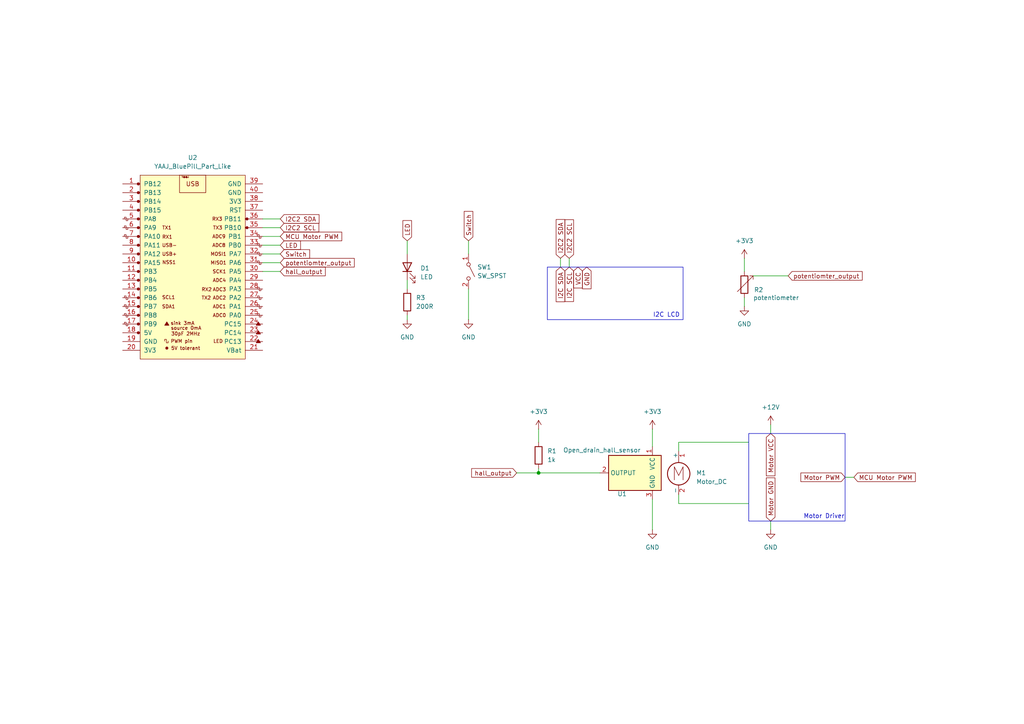
<source format=kicad_sch>
(kicad_sch (version 20250114) (generator "eeschema") (generator_version "9.0")
  (paper "A4")
  (lib_symbols
    (symbol "BluePill Library:YAAJ_BluePill_Part_Like" (pin_names (offset 1.016))
      (property "Reference" "U" (at -12.7 25.4 0))
      (property "Value" "YAAJ_BluePill_Part_Like" (at 0 2.54 90))
      (symbol "YAAJ_BluePill_Part_Like_0_0"
        (circle (center -15.748 22.86) (radius 0.3556) (fill (type outline)))
        (circle (center -15.748 17.78) (radius 0.3556) (fill (type outline)))
        (circle (center -15.748 15.24) (radius 0.3556) (fill (type outline)))
        (circle (center -15.748 12.7) (radius 0.3556) (fill (type outline)))
        (circle (center -15.748 10.16) (radius 0.3556) (fill (type outline)))
        (circle (center -15.748 7.62) (radius 0.3556) (fill (type outline)))
        (circle (center -15.748 5.08) (radius 0.3556) (fill (type outline)))
        (circle (center -15.748 2.54) (radius 0.3556) (fill (type outline)))
        (circle (center -15.748 0) (radius 0.3556) (fill (type outline)))
        (circle (center -15.748 -2.54) (radius 0.3556) (fill (type outline)))
        (circle (center -15.748 -5.08) (radius 0.3556) (fill (type outline)))
        (circle (center -15.748 -7.62) (radius 0.3556) (fill (type outline)))
        (circle (center -15.748 -10.16) (radius 0.3556) (fill (type outline)))
        (circle (center -15.748 -12.7) (radius 0.3556) (fill (type outline)))
        (circle (center -15.748 -15.24) (radius 0.3556) (fill (type outline)))
        (circle (center -15.748 -17.78) (radius 0.3556) (fill (type outline)))
        (circle (center -15.748 -20.32) (radius 0.3556) (fill (type outline)))
        (polyline (pts (xy -8.128 -18.161) (xy -7.493 -17.145) (xy -6.858 -18.161) (xy -8.128 -18.161) (xy -7.493 -17.272) (xy -6.985 -18.161) (xy -8.001 -18.034) (xy -7.493 -17.399) (xy -7.112 -18.161) (xy -7.874 -17.907) (xy -7.366 -17.526) (xy -7.239 -18.161) (xy -7.747 -17.78) (xy -7.239 -17.653) (xy -7.366 -18.034) (xy -7.62 -17.78) (xy -7.366 -17.907) (xy -7.493 -17.653)))
        (circle (center -7.493 -24.765) (radius 0.127) (fill (type outline)))
        (circle (center -7.493 -24.765) (radius 0.254))
        (circle (center -7.493 -24.765) (radius 0.3556))
        (circle (center 15.748 12.7) (radius 0.254) (fill (type outline)))
        (circle (center 15.748 12.7) (radius 0.3556))
        (circle (center 15.748 10.16) (radius 0.254) (fill (type outline)))
        (circle (center 15.748 10.16) (radius 0.3556))
        (polyline (pts (xy 18.415 -18.161) (xy 19.05 -17.145) (xy 19.685 -18.161) (xy 18.415 -18.161) (xy 19.05 -17.272) (xy 19.558 -18.161) (xy 18.542 -18.034) (xy 19.05 -17.399) (xy 19.431 -18.161) (xy 18.669 -17.907) (xy 19.177 -17.526) (xy 19.304 -18.161) (xy 18.796 -17.78) (xy 19.304 -17.653) (xy 19.177 -18.034) (xy 18.923 -17.78) (xy 19.177 -17.907) (xy 19.05 -17.653)))
        (polyline (pts (xy 18.415 -20.701) (xy 19.05 -19.685) (xy 19.685 -20.701) (xy 18.415 -20.701) (xy 19.05 -19.812) (xy 19.558 -20.701) (xy 18.542 -20.574) (xy 19.05 -19.939) (xy 19.431 -20.701) (xy 18.669 -20.447) (xy 19.177 -20.066) (xy 19.304 -20.701) (xy 18.796 -20.32) (xy 19.304 -20.193) (xy 19.177 -20.574) (xy 18.923 -20.32) (xy 19.177 -20.447) (xy 19.05 -20.193)))
        (polyline (pts (xy 18.415 -23.241) (xy 19.05 -22.225) (xy 19.685 -23.241) (xy 18.415 -23.241) (xy 19.05 -22.352) (xy 19.558 -23.241) (xy 18.542 -23.114) (xy 19.05 -22.479) (xy 19.431 -23.241) (xy 18.669 -22.987) (xy 19.177 -22.606) (xy 19.304 -23.241) (xy 18.796 -22.86) (xy 19.304 -22.733) (xy 19.177 -23.114) (xy 18.923 -22.86) (xy 19.177 -22.987) (xy 19.05 -22.733)))
        (text "TX1" (at -7.493 10.16 0) (effects (font (size 0.9906 0.9906))))
        (text "RX1" (at -7.366 7.493 0) (effects (font (size 0.9906 0.9906))))
        (text "SCL1" (at -6.985 -10.033 0) (effects (font (size 0.9906 0.9906))))
        (text "SDA1" (at -6.985 -12.7 0) (effects (font (size 0.9906 0.9906))))
        (text "NSS1" (at -6.858 0.127 0) (effects (font (size 0.9906 0.9906))))
        (text "USB-" (at -6.731 5.08 0) (effects (font (size 0.9906 0.9906))))
        (text "USB+" (at -6.731 2.54 0) (effects (font (size 0.9906 0.9906))))
        (text "PWM pin" (at -3.175 -22.733 0) (effects (font (size 0.9906 0.9906))))
        (text "sink 3mA" (at -2.921 -17.526 0) (effects (font (size 0.9906 0.9906))))
        (text "Y@@J" (at -2.159 24.892 0) (effects (font (size 0.508 0.508))))
        (text "30pF 2MHz" (at -2.032 -20.574 0) (effects (font (size 0.9906 0.9906))))
        (text "5V tolerant" (at -2.032 -24.765 0) (effects (font (size 0.9906 0.9906))))
        (text "source 0mA" (at -1.905 -18.923 0) (effects (font (size 0.9906 0.9906))))
        (text "USB" (at 0 22.86 0) (effects (font (size 1.27 1.27))))
        (text "TX2" (at 3.937 -10.16 0) (effects (font (size 0.9906 0.9906))))
        (text "RX2" (at 4.064 -7.747 0) (effects (font (size 0.9906 0.9906))))
        (text "RX3" (at 7.112 12.7 0) (effects (font (size 0.9906 0.9906))))
        (text "TX3" (at 7.239 10.16 0) (effects (font (size 0.9906 0.9906))))
        (text "LED" (at 7.366 -22.733 0) (effects (font (size 0.9906 0.9906))))
        (text "MOSI1" (at 7.493 2.54 0) (effects (font (size 0.9906 0.9906))))
        (text "MISO1" (at 7.493 0 0) (effects (font (size 0.9906 0.9906))))
        (text "ADC9" (at 7.62 7.62 0) (effects (font (size 0.9906 0.9906))))
        (text "ADC8" (at 7.62 5.08 0) (effects (font (size 0.9906 0.9906))))
        (text "SCK1" (at 7.747 -2.54 0) (effects (font (size 0.9906 0.9906))))
        (text "ADC4" (at 7.747 -5.08 0) (effects (font (size 0.9906 0.9906))))
        (text "ADC3" (at 7.747 -7.747 0) (effects (font (size 0.9906 0.9906))))
        (text "ADC2" (at 7.747 -10.16 0) (effects (font (size 0.9906 0.9906))))
        (text "ADC1" (at 7.747 -12.7 0) (effects (font (size 0.9906 0.9906))))
        (text "ADC0" (at 7.747 -15.24 0) (effects (font (size 0.9906 0.9906))))
      )
      (symbol "YAAJ_BluePill_Part_Like_0_1"
        (polyline (pts (xy -18.796 12.7) (xy -18.796 12.192) (xy -19.304 12.192) (xy -19.304 13.208) (xy -19.812 13.208) (xy -19.812 12.7)))
        (polyline (pts (xy -18.796 10.16) (xy -18.796 9.652) (xy -19.304 9.652) (xy -19.304 10.668) (xy -19.812 10.668) (xy -19.812 10.16)))
        (polyline (pts (xy -18.796 7.62) (xy -18.796 7.112) (xy -19.304 7.112) (xy -19.304 8.128) (xy -19.812 8.128) (xy -19.812 7.62)))
        (polyline (pts (xy -18.796 -10.16) (xy -18.796 -10.668) (xy -19.304 -10.668) (xy -19.304 -9.652) (xy -19.812 -9.652) (xy -19.812 -10.16)))
        (polyline (pts (xy -18.796 -12.7) (xy -18.796 -13.208) (xy -19.304 -13.208) (xy -19.304 -12.192) (xy -19.812 -12.192) (xy -19.812 -12.7)))
        (polyline (pts (xy -18.796 -15.24) (xy -18.796 -15.748) (xy -19.304 -15.748) (xy -19.304 -14.732) (xy -19.812 -14.732) (xy -19.812 -15.24)))
        (polyline (pts (xy -18.796 -17.78) (xy -18.796 -18.288) (xy -19.304 -18.288) (xy -19.304 -17.272) (xy -19.812 -17.272) (xy -19.812 -17.78)))
        (rectangle (start -15.24 25.4) (end 15.24 -27.94) (fill (type background)))
        (polyline (pts (xy -7.112 -22.733) (xy -7.112 -23.241) (xy -7.62 -23.241) (xy -7.62 -22.225) (xy -8.128 -22.225) (xy -8.128 -22.733)))
        (rectangle (start 3.81 25.4) (end -3.81 20.32))
        (polyline (pts (xy 19.812 7.62) (xy 19.812 7.112) (xy 19.304 7.112) (xy 19.304 8.128) (xy 18.796 8.128) (xy 18.796 7.62)))
        (polyline (pts (xy 19.812 5.08) (xy 19.812 4.572) (xy 19.304 4.572) (xy 19.304 5.588) (xy 18.796 5.588) (xy 18.796 5.08)))
        (polyline (pts (xy 19.812 2.54) (xy 19.812 2.032) (xy 19.304 2.032) (xy 19.304 3.048) (xy 18.796 3.048) (xy 18.796 2.54)))
        (polyline (pts (xy 19.812 0) (xy 19.812 -0.508) (xy 19.304 -0.508) (xy 19.304 0.508) (xy 18.796 0.508) (xy 18.796 0)))
        (polyline (pts (xy 19.812 -7.62) (xy 19.812 -8.128) (xy 19.304 -8.128) (xy 19.304 -7.112) (xy 18.796 -7.112) (xy 18.796 -7.62)))
        (polyline (pts (xy 19.812 -10.16) (xy 19.812 -10.668) (xy 19.304 -10.668) (xy 19.304 -9.652) (xy 18.796 -9.652) (xy 18.796 -10.16)))
        (polyline (pts (xy 19.812 -12.7) (xy 19.812 -13.208) (xy 19.304 -13.208) (xy 19.304 -12.192) (xy 18.796 -12.192) (xy 18.796 -12.7)))
        (polyline (pts (xy 19.812 -15.24) (xy 19.812 -15.748) (xy 19.304 -15.748) (xy 19.304 -14.732) (xy 18.796 -14.732) (xy 18.796 -15.24)))
      )
      (symbol "YAAJ_BluePill_Part_Like_1_1"
        (circle (center -15.748 20.32) (radius 0.3556) (fill (type outline)))
        (pin bidirectional line (at -20.32 22.86 0) (length 5.08) (name "PB12") (number "1"))
        (pin bidirectional line (at -20.32 20.32 0) (length 5.08) (name "PB13") (number "2"))
        (pin bidirectional line (at -20.32 17.78 0) (length 5.08) (name "PB14") (number "3"))
        (pin bidirectional line (at -20.32 15.24 0) (length 5.08) (name "PB15") (number "4"))
        (pin bidirectional line (at -20.32 12.7 0) (length 5.08) (name "PA8") (number "5"))
        (pin bidirectional line (at -20.32 10.16 0) (length 5.08) (name "PA9") (number "6"))
        (pin bidirectional line (at -20.32 7.62 0) (length 5.08) (name "PA10") (number "7"))
        (pin bidirectional line (at -20.32 5.08 0) (length 5.08) (name "PA11") (number "8"))
        (pin bidirectional line (at -20.32 2.54 0) (length 5.08) (name "PA12") (number "9"))
        (pin bidirectional line (at -20.32 0 0) (length 5.08) (name "PA15") (number "10"))
        (pin bidirectional line (at -20.32 -2.54 0) (length 5.08) (name "PB3") (number "11"))
        (pin bidirectional line (at -20.32 -5.08 0) (length 5.08) (name "PB4") (number "12"))
        (pin bidirectional line (at -20.32 -7.62 0) (length 5.08) (name "PB5") (number "13"))
        (pin bidirectional line (at -20.32 -10.16 0) (length 5.08) (name "PB6") (number "14"))
        (pin bidirectional line (at -20.32 -12.7 0) (length 5.08) (name "PB7") (number "15"))
        (pin bidirectional line (at -20.32 -15.24 0) (length 5.08) (name "PB8") (number "16"))
        (pin bidirectional line (at -20.32 -17.78 0) (length 5.08) (name "PB9") (number "17"))
        (pin power_in line (at -20.32 -20.32 0) (length 5.08) (name "5V") (number "18"))
        (pin power_in line (at -20.32 -22.86 0) (length 5.08) (name "GND") (number "19"))
        (pin power_in line (at -20.32 -25.4 0) (length 5.08) (name "3V3") (number "20"))
        (pin power_in line (at 20.32 22.86 180) (length 5.08) (name "GND") (number "39"))
        (pin power_in line (at 20.32 20.32 180) (length 5.08) (name "GND") (number "40"))
        (pin power_in line (at 20.32 17.78 180) (length 5.08) (name "3V3") (number "38"))
        (pin input line (at 20.32 15.24 180) (length 5.08) (name "RST") (number "37"))
        (pin bidirectional line (at 20.32 12.7 180) (length 5.08) (name "PB11") (number "36"))
        (pin bidirectional line (at 20.32 10.16 180) (length 5.08) (name "PB10") (number "35"))
        (pin bidirectional line (at 20.32 7.62 180) (length 5.08) (name "PB1") (number "34"))
        (pin bidirectional line (at 20.32 5.08 180) (length 5.08) (name "PB0") (number "33"))
        (pin bidirectional line (at 20.32 2.54 180) (length 5.08) (name "PA7") (number "32"))
        (pin bidirectional line (at 20.32 0 180) (length 5.08) (name "PA6") (number "31"))
        (pin bidirectional line (at 20.32 -2.54 180) (length 5.08) (name "PA5") (number "30"))
        (pin bidirectional line (at 20.32 -5.08 180) (length 5.08) (name "PA4") (number "29"))
        (pin bidirectional line (at 20.32 -7.62 180) (length 5.08) (name "PA3") (number "28"))
        (pin bidirectional line (at 20.32 -10.16 180) (length 5.08) (name "PA2") (number "27"))
        (pin bidirectional line (at 20.32 -12.7 180) (length 5.08) (name "PA1") (number "26"))
        (pin bidirectional line (at 20.32 -15.24 180) (length 5.08) (name "PA0") (number "25"))
        (pin bidirectional line (at 20.32 -17.78 180) (length 5.08) (name "PC15") (number "24"))
        (pin bidirectional line (at 20.32 -20.32 180) (length 5.08) (name "PC14") (number "23"))
        (pin bidirectional line (at 20.32 -22.86 180) (length 5.08) (name "PC13") (number "22"))
        (pin power_in line (at 20.32 -25.4 180) (length 5.08) (name "VBat") (number "21"))
      )
    )
    (symbol "Device:LED" (pin_numbers (hide yes)) (pin_names (offset 1.016) (hide yes))
      (property "Reference" "D" (at 0 2.54 0))
      (property "Value" "LED" (at 0 -2.54 0))
      (symbol "LED_0_1"
        (polyline (pts (xy -3.048 -0.762) (xy -4.572 -2.286) (xy -3.81 -2.286) (xy -4.572 -2.286) (xy -4.572 -1.524)))
        (polyline (pts (xy -1.778 -0.762) (xy -3.302 -2.286) (xy -2.54 -2.286) (xy -3.302 -2.286) (xy -3.302 -1.524)))
        (polyline (pts (xy -1.27 0) (xy 1.27 0)))
        (polyline (pts (xy -1.27 -1.27) (xy -1.27 1.27)) (stroke (width 0.254)))
        (polyline (pts (xy 1.27 -1.27) (xy 1.27 1.27) (xy -1.27 0) (xy 1.27 -1.27)) (stroke (width 0.254)))
      )
      (symbol "LED_1_1"
        (pin passive line (at -3.81 0 0) (length 2.54) (name "K") (number "1"))
        (pin passive line (at 3.81 0 180) (length 2.54) (name "A") (number "2"))
      )
    )
    (symbol "Device:R" (pin_numbers (hide yes)) (pin_names (offset 0))
      (property "Reference" "R" (at 2.032 0 90))
      (property "Value" "R" (at 0 0 90))
      (symbol "R_0_1"
        (rectangle (start -1.016 -2.54) (end 1.016 2.54) (stroke (width 0.254)))
      )
      (symbol "R_1_1"
        (pin passive line (at 0 3.81 270) (length 1.27) (name "~") (number "1"))
        (pin passive line (at 0 -3.81 90) (length 1.27) (name "~") (number "2"))
      )
    )
    (symbol "Device:R_Variable" (pin_numbers (hide yes)) (pin_names (offset 0))
      (property "Reference" "R" (at 2.54 -2.54 90))
      (property "Value" "R_Variable" (at -2.54 -1.27 90))
      (symbol "R_Variable_0_1"
        (rectangle (start -1.016 -2.54) (end 1.016 2.54) (stroke (width 0.254)))
        (polyline (pts (xy 2.54 1.524) (xy 2.54 2.54) (xy 1.524 2.54) (xy 2.54 2.54) (xy -2.032 -2.032)))
      )
      (symbol "R_Variable_1_1"
        (pin passive line (at 0 3.81 270) (length 1.27) (name "~") (number "1"))
        (pin passive line (at 0 -3.81 90) (length 1.27) (name "~") (number "2"))
      )
    )
    (symbol "Motor:Motor_DC" (pin_names (offset 0))
      (property "Reference" "M" (at 2.54 2.54 0))
      (property "Value" "Motor_DC" (at 2.54 -5.08 0))
      (symbol "Motor_DC_0_0"
        (polyline (pts (xy -1.27 -3.302) (xy -1.27 0.508) (xy 0 -2.032) (xy 1.27 0.508) (xy 1.27 -3.302)))
      )
      (symbol "Motor_DC_0_1"
        (polyline (pts (xy 0 2.032) (xy 0 2.54)))
        (polyline (pts (xy 0 1.7272) (xy 0 2.0828)))
        (circle (center 0 -1.524) (radius 3.2512) (stroke (width 0.254)))
        (polyline (pts (xy 0 -4.7752) (xy 0 -5.1816)))
        (polyline (pts (xy 0 -7.62) (xy 0 -7.112)))
      )
      (symbol "Motor_DC_1_1"
        (pin passive line (at 0 5.08 270) (length 2.54) (name "+") (number "1"))
        (pin passive line (at 0 -7.62 90) (length 2.54) (name "-") (number "2"))
      )
    )
    (symbol "Sensor_Magnetic:SM351LT"
      (property "Reference" "U" (at 5.08 8.89 0))
      (property "Value" "SM351LT" (at 2.54 6.35 0))
      (symbol "SM351LT_0_1"
        (rectangle (start 7.62 5.08) (end -7.62 -5.08) (stroke (width 0.254)) (fill (type background)))
      )
      (symbol "SM351LT_1_1"
        (pin power_in line (at -5.08 7.62 270) (length 2.54) (name "VCC") (number "1"))
        (pin power_in line (at -5.08 -7.62 90) (length 2.54) (name "GND") (number "3"))
        (pin output line (at 10.16 0 180) (length 2.54) (name "OUTPUT") (number "2"))
      )
    )
    (symbol "Switch:SW_SPST" (pin_names (offset 0) (hide yes))
      (property "Reference" "SW" (at 0 3.175 0))
      (property "Value" "SW_SPST" (at 0 -2.54 0))
      (symbol "SW_SPST_0_0"
        (circle (center -2.032 0) (radius 0.508))
        (polyline (pts (xy -1.524 0.254) (xy 1.524 1.778)))
        (circle (center 2.032 0) (radius 0.508))
      )
      (symbol "SW_SPST_1_1"
        (pin passive line (at -5.08 0 0) (length 2.54) (name "A") (number "1"))
        (pin passive line (at 5.08 0 180) (length 2.54) (name "B") (number "2"))
      )
    )
    (symbol "power:+3V3" (power) (pin_numbers (hide yes)) (pin_names (offset 0) (hide yes))
      (property "Value" "+3V3" (at 0 3.556 0))
      (symbol "+3V3_0_1"
        (polyline (pts (xy -0.762 1.27) (xy 0 2.54)))
        (polyline (pts (xy 0 2.54) (xy 0.762 1.27)))
        (polyline (pts (xy 0 0) (xy 0 2.54)))
      )
      (symbol "+3V3_1_1"
        (pin power_in line (at 0 0 90) (length 0) (name "~") (number "1"))
      )
    )
    (symbol "power:GND" (power) (pin_numbers (hide yes)) (pin_names (offset 0) (hide yes))
      (property "Value" "GND" (at 0 -3.81 0))
      (symbol "GND_0_1"
        (polyline (pts (xy 0 0) (xy 0 -1.27) (xy 1.27 -1.27) (xy 0 -2.54) (xy -1.27 -1.27) (xy 0 -1.27)))
      )
      (symbol "GND_1_1"
        (pin power_in line (at 0 0 270) (length 0) (name "~") (number "1"))
      )
    )
  )
  (rectangle (start 158.75 77.47) (end 198.12 92.71))
  (rectangle (start 217.17 125.73) (end 245.11 151.13))
  (text "I2C LCD" (at 193.294 91.44 0) (effects (font (size 1.27 1.27))))
  (text "Motor Driver" (at 239.014 149.86 0) (effects (font (size 1.27 1.27))))
  (junction (at 156.21 137.16))
  (wire (pts (xy 162.56 74.93) (xy 162.56 77.47)))
  (wire (pts (xy 156.21 124.46) (xy 156.21 128.27)))
  (wire (pts (xy 118.11 81.28) (xy 118.11 83.82)))
  (wire (pts (xy 196.85 146.05) (xy 217.17 146.05)))
  (wire (pts (xy 76.2 66.04) (xy 81.28 66.04)))
  (wire (pts (xy 118.11 69.85) (xy 118.11 73.66)))
  (wire (pts (xy 189.23 144.78) (xy 189.23 153.67)))
  (wire (pts (xy 215.9 86.36) (xy 215.9 88.9)))
  (wire (pts (xy 173.99 137.16) (xy 156.21 137.16)))
  (wire (pts (xy 165.1 74.93) (xy 165.1 77.47)))
  (wire (pts (xy 135.89 83.82) (xy 135.89 92.71)))
  (wire (pts (xy 156.21 137.16) (xy 156.21 135.89)))
  (wire (pts (xy 76.2 63.5) (xy 81.28 63.5)))
  (wire (pts (xy 76.2 76.2) (xy 81.28 76.2)))
  (wire (pts (xy 196.85 128.27) (xy 217.17 128.27)))
  (wire (pts (xy 245.11 138.43) (xy 247.65 138.43)))
  (wire (pts (xy 196.85 143.51) (xy 196.85 146.05)))
  (wire (pts (xy 76.2 68.58) (xy 81.28 68.58)))
  (wire (pts (xy 149.86 137.16) (xy 156.21 137.16)))
  (wire (pts (xy 118.11 91.44) (xy 118.11 92.71)))
  (wire (pts (xy 223.52 123.19) (xy 223.52 125.73)))
  (wire (pts (xy 76.2 71.12) (xy 81.28 71.12)))
  (wire (pts (xy 135.89 69.85) (xy 135.89 73.66)))
  (wire (pts (xy 189.23 124.46) (xy 189.23 129.54)))
  (wire (pts (xy 215.9 74.93) (xy 215.9 78.74)))
  (wire (pts (xy 196.85 130.81) (xy 196.85 128.27)))
  (wire (pts (xy 76.2 73.66) (xy 81.28 73.66)))
  (wire (pts (xy 223.52 151.13) (xy 223.52 153.67)))
  (wire (pts (xy 218.44 80.01) (xy 228.6 80.01)))
  (wire (pts (xy 76.2 78.74) (xy 81.28 78.74)))
  (global_label "GND" (shape input) (at 170.18 77.47 270) (property "Intersheetrefs" "${INTERSHEET_REFS}" (effects (hide yes))))
  (global_label "hall_output" (shape input) (at 81.28 78.74 0) (property "Intersheetrefs" "${INTERSHEET_REFS}" (effects (hide yes))))
  (global_label "I2C2 SDA" (shape input) (at 81.28 63.5 0) (property "Intersheetrefs" "${INTERSHEET_REFS}" (effects (hide yes))))
  (global_label "VCC" (shape input) (at 167.64 77.47 270) (property "Intersheetrefs" "${INTERSHEET_REFS}" (effects (hide yes))))
  (global_label "MCU Motor PWM" (shape input) (at 81.28 68.58 0) (property "Intersheetrefs" "${INTERSHEET_REFS}" (effects (hide yes))))
  (global_label "MCU Motor PWM" (shape input) (at 247.65 138.43 0) (property "Intersheetrefs" "${INTERSHEET_REFS}" (effects (hide yes))))
  (global_label "I2C SDA" (shape input) (at 162.56 77.47 270) (property "Intersheetrefs" "${INTERSHEET_REFS}" (effects (hide yes))))
  (global_label "hall_output" (shape input) (at 149.86 137.16 180) (property "Intersheetrefs" "${INTERSHEET_REFS}" (effects (hide yes))))
  (global_label "Motor VCC" (shape input) (at 223.52 125.73 270) (property "Intersheetrefs" "${INTERSHEET_REFS}" (effects (hide yes))))
  (global_label "I2C2 SCL" (shape input) (at 165.1 74.93 90) (property "Intersheetrefs" "${INTERSHEET_REFS}" (effects (hide yes))))
  (global_label "Motor GND" (shape input) (at 223.52 151.13 90) (property "Intersheetrefs" "${INTERSHEET_REFS}" (effects (hide yes))))
  (global_label "Switch" (shape input) (at 81.28 73.66 0) (property "Intersheetrefs" "${INTERSHEET_REFS}" (effects (hide yes))))
  (global_label "I2C2 SDA" (shape input) (at 162.56 74.93 90) (property "Intersheetrefs" "${INTERSHEET_REFS}" (effects (hide yes))))
  (global_label "Motor PWM" (shape input) (at 245.11 138.43 180) (property "Intersheetrefs" "${INTERSHEET_REFS}" (effects (hide yes))))
  (global_label "I2C SCL" (shape input) (at 165.1 77.47 270) (property "Intersheetrefs" "${INTERSHEET_REFS}" (effects (hide yes))))
  (global_label "LED" (shape input) (at 118.11 69.85 90) (property "Intersheetrefs" "${INTERSHEET_REFS}" (effects (hide yes))))
  (global_label "I2C2 SCL" (shape input) (at 81.28 66.04 0) (property "Intersheetrefs" "${INTERSHEET_REFS}" (effects (hide yes))))
  (global_label "potentiomter_output" (shape input) (at 81.28 76.2 0) (property "Intersheetrefs" "${INTERSHEET_REFS}" (effects (hide yes))))
  (global_label "Switch" (shape input) (at 135.89 69.85 90) (property "Intersheetrefs" "${INTERSHEET_REFS}" (effects (hide yes))))
  (global_label "LED" (shape input) (at 81.28 71.12 0) (property "Intersheetrefs" "${INTERSHEET_REFS}" (effects (hide yes))))
  (global_label "potentiomter_output" (shape input) (at 228.6 80.01 0) (property "Intersheetrefs" "${INTERSHEET_REFS}" (effects (hide yes))))
  (symbol (lib_id "power:GND") (at 189.23 153.67 0) (unit 1)
    (property "Reference" "#PWR03" (effects (hide yes)))
    (property "Value" "GND" (at 189.23 158.75 0))
    (property "Description" "Power symbol creates a global label with name \"GND\" , ground" (effects (hide yes)))
  )
  (symbol (lib_id "power:+3V3") (at 215.9 74.93 0) (unit 1)
    (property "Reference" "#PWR06" (effects (hide yes)))
    (property "Value" "+3V3" (at 215.9 69.85 0))
    (property "Description" "Power symbol creates a global label with name \"+3V3\"" (effects (hide yes)))
  )
  (symbol (lib_id "power:+3V3") (at 156.21 124.46 0) (unit 1)
    (property "Reference" "#PWR02" (effects (hide yes)))
    (property "Value" "+3V3" (at 156.21 119.38 0))
    (property "Description" "Power symbol creates a global label with name \"+3V3\"" (effects (hide yes)))
  )
  (symbol (lib_id "power:GND") (at 215.9 88.9 0) (unit 1)
    (property "Reference" "#PWR07" (effects (hide yes)))
    (property "Value" "GND" (at 215.9 93.98 0))
    (property "Description" "Power symbol creates a global label with name \"GND\" , ground" (effects (hide yes)))
  )
  (symbol (lib_id "Sensor_Magnetic:SM351LT") (at 184.15 137.16 0) (mirror y) (unit 1)
    (property "Reference" "U1" (at 179.07 143.256 0) (effects (justify right)))
    (property "Value" "Open_drain_hall_sensor" (at 163.322 130.556 0) (effects (justify right)))
    (property "Description" "Hall Effect Switch, SOT-23" (effects (hide yes)))
  )
  (symbol (lib_id "power:+3V3") (at 223.52 123.19 0) (unit 1)
    (property "Reference" "#PWR05" (effects (hide yes)))
    (property "Value" "+12V" (at 223.52 118.11 0))
    (property "Description" "Power symbol creates a global label with name \"+3V3\"" (effects (hide yes)))
  )
  (symbol (lib_id "Device:R") (at 118.11 87.63 0) (unit 1)
    (property "Reference" "R3" (at 120.65 86.3599 0) (effects (justify left)))
    (property "Value" "200R" (at 120.65 88.8999 0) (effects (justify left)))
    (property "Description" "Resistor" (effects (hide yes)))
  )
  (symbol (lib_id "Device:R_Variable") (at 215.9 82.55 0) (unit 1)
    (property "Reference" "R2" (at 218.694 84.074 0) (effects (justify left)))
    (property "Value" "potentiometer" (at 218.44 86.36 0) (effects (justify left)))
    (property "Description" "Variable resistor" (effects (hide yes)))
  )
  (symbol (lib_id "Motor:Motor_DC") (at 196.85 135.89 0) (unit 1)
    (property "Reference" "M1" (at 201.93 137.1599 0) (effects (justify left)))
    (property "Value" "Motor_DC" (at 201.93 139.6999 0) (effects (justify left)))
    (property "Description" "DC Motor" (effects (hide yes)))
  )
  (symbol (lib_id "Device:LED") (at 118.11 77.47 90) (unit 1)
    (property "Reference" "D1" (at 121.92 77.7874 90) (effects (justify right)))
    (property "Value" "LED" (at 121.92 80.3274 90) (effects (justify right)))
    (property "Description" "Light emitting diode" (effects (hide yes)))
    (property "Sim.Pins" "1=K 2=A" (effects (hide yes)))
  )
  (symbol (lib_id "power:GND") (at 118.11 92.71 0) (unit 1)
    (property "Reference" "#PWR09" (effects (hide yes)))
    (property "Value" "GND" (at 118.11 97.79 0))
    (property "Description" "Power symbol creates a global label with name \"GND\" , ground" (effects (hide yes)))
  )
  (symbol (lib_id "BluePill Library:YAAJ_BluePill_Part_Like") (at 55.88 76.2 0) (unit 1)
    (property "Reference" "U2" (at 55.88 45.72 0))
    (property "Value" "YAAJ_BluePill_Part_Like" (at 55.88 48.26 0))
    (property "Description" "STM32 Blue Pill ; not KLC compliant" (effects (hide yes)))
  )
  (symbol (lib_id "power:+3V3") (at 189.23 124.46 0) (unit 1)
    (property "Reference" "#PWR01" (effects (hide yes)))
    (property "Value" "+3V3" (at 189.23 119.38 0))
    (property "Description" "Power symbol creates a global label with name \"+3V3\"" (effects (hide yes)))
  )
  (symbol (lib_id "Device:R") (at 156.21 132.08 0) (unit 1)
    (property "Reference" "R1" (at 158.75 130.8099 0) (effects (justify left)))
    (property "Value" "1k" (at 158.75 133.3499 0) (effects (justify left)))
    (property "Description" "Resistor" (effects (hide yes)))
  )
  (symbol (lib_id "power:GND") (at 135.89 92.71 0) (unit 1)
    (property "Reference" "#PWR08" (effects (hide yes)))
    (property "Value" "GND" (at 135.89 97.79 0))
    (property "Description" "Power symbol creates a global label with name \"GND\" , ground" (effects (hide yes)))
  )
  (symbol (lib_id "Switch:SW_SPST") (at 135.89 78.74 270) (unit 1)
    (property "Reference" "SW1" (at 138.43 77.4699 90) (effects (justify left)))
    (property "Value" "SW_SPST" (at 138.43 80.0099 90) (effects (justify left)))
    (property "Description" "Single Pole Single Throw (SPST) switch" (effects (hide yes)))
  )
  (symbol (lib_id "power:GND") (at 223.52 153.67 0) (unit 1)
    (property "Reference" "#PWR04" (effects (hide yes)))
    (property "Value" "GND" (at 223.52 158.75 0))
    (property "Description" "Power symbol creates a global label with name \"GND\" , ground" (effects (hide yes)))
  )
)
</source>
